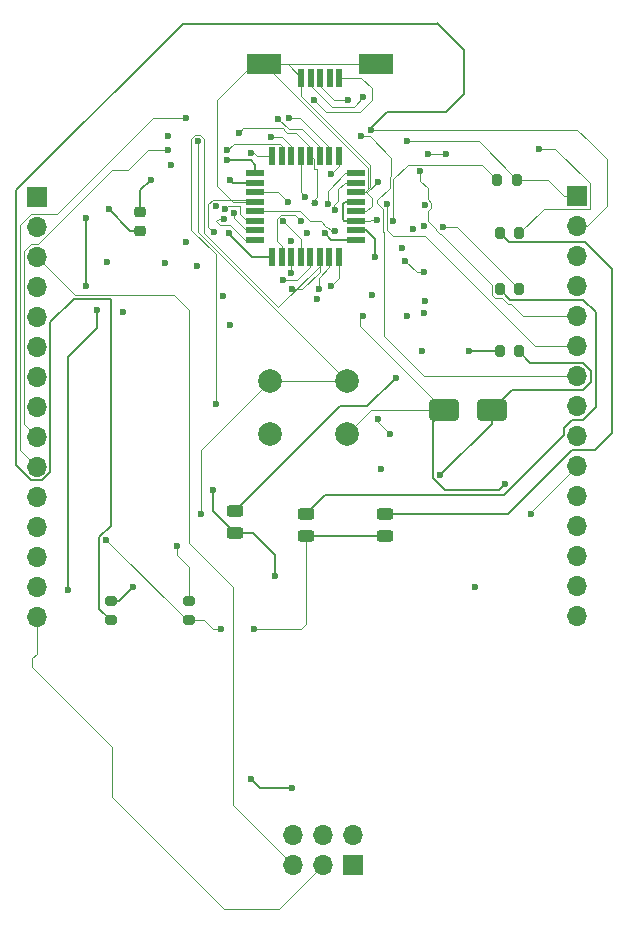
<source format=gbr>
%TF.GenerationSoftware,KiCad,Pcbnew,9.0.0*%
%TF.CreationDate,2025-04-07T20:23:24+05:30*%
%TF.ProjectId,arduino nano clone,61726475-696e-46f2-906e-616e6f20636c,rev?*%
%TF.SameCoordinates,Original*%
%TF.FileFunction,Copper,L10,Bot*%
%TF.FilePolarity,Positive*%
%FSLAX46Y46*%
G04 Gerber Fmt 4.6, Leading zero omitted, Abs format (unit mm)*
G04 Created by KiCad (PCBNEW 9.0.0) date 2025-04-07 20:23:24*
%MOMM*%
%LPD*%
G01*
G04 APERTURE LIST*
G04 Aperture macros list*
%AMRoundRect*
0 Rectangle with rounded corners*
0 $1 Rounding radius*
0 $2 $3 $4 $5 $6 $7 $8 $9 X,Y pos of 4 corners*
0 Add a 4 corners polygon primitive as box body*
4,1,4,$2,$3,$4,$5,$6,$7,$8,$9,$2,$3,0*
0 Add four circle primitives for the rounded corners*
1,1,$1+$1,$2,$3*
1,1,$1+$1,$4,$5*
1,1,$1+$1,$6,$7*
1,1,$1+$1,$8,$9*
0 Add four rect primitives between the rounded corners*
20,1,$1+$1,$2,$3,$4,$5,0*
20,1,$1+$1,$4,$5,$6,$7,0*
20,1,$1+$1,$6,$7,$8,$9,0*
20,1,$1+$1,$8,$9,$2,$3,0*%
G04 Aperture macros list end*
%TA.AperFunction,ComponentPad*%
%ADD10R,1.700000X1.700000*%
%TD*%
%TA.AperFunction,ComponentPad*%
%ADD11O,1.700000X1.700000*%
%TD*%
%TA.AperFunction,SMDPad,CuDef*%
%ADD12R,0.500000X1.500000*%
%TD*%
%TA.AperFunction,SMDPad,CuDef*%
%ADD13R,3.000000X1.800000*%
%TD*%
%TA.AperFunction,SMDPad,CuDef*%
%ADD14RoundRect,0.200000X0.275000X-0.200000X0.275000X0.200000X-0.275000X0.200000X-0.275000X-0.200000X0*%
%TD*%
%TA.AperFunction,SMDPad,CuDef*%
%ADD15RoundRect,0.200000X0.200000X0.275000X-0.200000X0.275000X-0.200000X-0.275000X0.200000X-0.275000X0*%
%TD*%
%TA.AperFunction,SMDPad,CuDef*%
%ADD16RoundRect,0.243750X0.456250X-0.243750X0.456250X0.243750X-0.456250X0.243750X-0.456250X-0.243750X0*%
%TD*%
%TA.AperFunction,SMDPad,CuDef*%
%ADD17RoundRect,0.225000X0.250000X-0.225000X0.250000X0.225000X-0.250000X0.225000X-0.250000X-0.225000X0*%
%TD*%
%TA.AperFunction,SMDPad,CuDef*%
%ADD18R,1.600000X0.550000*%
%TD*%
%TA.AperFunction,SMDPad,CuDef*%
%ADD19R,0.550000X1.600000*%
%TD*%
%TA.AperFunction,SMDPad,CuDef*%
%ADD20RoundRect,0.250000X1.000000X0.650000X-1.000000X0.650000X-1.000000X-0.650000X1.000000X-0.650000X0*%
%TD*%
%TA.AperFunction,ComponentPad*%
%ADD21C,2.000000*%
%TD*%
%TA.AperFunction,ViaPad*%
%ADD22C,0.600000*%
%TD*%
%TA.AperFunction,Conductor*%
%ADD23C,0.100000*%
%TD*%
%TA.AperFunction,Conductor*%
%ADD24C,0.200000*%
%TD*%
%TA.AperFunction,Conductor*%
%ADD25C,0.010000*%
%TD*%
G04 APERTURE END LIST*
D10*
%TO.P,J3,1,Pin_1*%
%TO.N,/D1{slash}TX*%
X176377380Y-73380000D03*
D11*
%TO.P,J3,2,Pin_2*%
%TO.N,/D0{slash}RX*%
X176377380Y-75920000D03*
%TO.P,J3,3,Pin_3*%
%TO.N,/RESET*%
X176377380Y-78460000D03*
%TO.P,J3,4,Pin_4*%
%TO.N,GND*%
X176377380Y-81000000D03*
%TO.P,J3,5,Pin_5*%
%TO.N,/D2*%
X176377380Y-83540000D03*
%TO.P,J3,6,Pin_6*%
%TO.N,/D3*%
X176377380Y-86080000D03*
%TO.P,J3,7,Pin_7*%
%TO.N,/D4*%
X176377380Y-88620000D03*
%TO.P,J3,8,Pin_8*%
%TO.N,/D5*%
X176377380Y-91160000D03*
%TO.P,J3,9,Pin_9*%
%TO.N,/D6*%
X176377380Y-93700000D03*
%TO.P,J3,10,Pin_10*%
%TO.N,/D7*%
X176377380Y-96240000D03*
%TO.P,J3,11,Pin_11*%
%TO.N,/D8*%
X176377380Y-98780000D03*
%TO.P,J3,12,Pin_12*%
%TO.N,/D9*%
X176377380Y-101320000D03*
%TO.P,J3,13,Pin_13*%
%TO.N,/D10*%
X176377380Y-103860000D03*
%TO.P,J3,14,Pin_14*%
%TO.N,/D11{slash}MOSI*%
X176377380Y-106400000D03*
%TO.P,J3,15,Pin_15*%
%TO.N,/D12{slash}MISO*%
X176377380Y-108940000D03*
%TD*%
D10*
%TO.P,J4,1,Pin_1*%
%TO.N,VCC*%
X130627380Y-73420000D03*
D11*
%TO.P,J4,2,Pin_2*%
%TO.N,GND*%
X130627380Y-75960000D03*
%TO.P,J4,3,Pin_3*%
%TO.N,/RESET*%
X130627380Y-78500000D03*
%TO.P,J4,4,Pin_4*%
%TO.N,+5V*%
X130627380Y-81040000D03*
%TO.P,J4,5,Pin_5*%
%TO.N,/A7*%
X130627380Y-83580000D03*
%TO.P,J4,6,Pin_6*%
%TO.N,/A6*%
X130627380Y-86120000D03*
%TO.P,J4,7,Pin_7*%
%TO.N,/A5*%
X130627380Y-88660000D03*
%TO.P,J4,8,Pin_8*%
%TO.N,/A4*%
X130627380Y-91200000D03*
%TO.P,J4,9,Pin_9*%
%TO.N,/A3*%
X130627380Y-93740000D03*
%TO.P,J4,10,Pin_10*%
%TO.N,/A2*%
X130627380Y-96280000D03*
%TO.P,J4,11,Pin_11*%
%TO.N,/A1*%
X130627380Y-98820000D03*
%TO.P,J4,12,Pin_12*%
%TO.N,/A0*%
X130627380Y-101360000D03*
%TO.P,J4,13,Pin_13*%
%TO.N,/AREF*%
X130627380Y-103900000D03*
%TO.P,J4,14,Pin_14*%
%TO.N,+3V3*%
X130627380Y-106440000D03*
%TO.P,J4,15,Pin_15*%
%TO.N,/D13{slash}SCK*%
X130627380Y-108980000D03*
%TD*%
D12*
%TO.P,J1,1,VBUS*%
%TO.N,VCC*%
X156227380Y-63350000D03*
%TO.P,J1,2,D-*%
%TO.N,unconnected-(J1-D--Pad2)*%
X155427380Y-63350000D03*
%TO.P,J1,3,D+*%
%TO.N,Net-(J1-D+)*%
X154627380Y-63350000D03*
%TO.P,J1,4,ID*%
%TO.N,Net-(J1-ID)*%
X153827380Y-63350000D03*
%TO.P,J1,5,GND*%
%TO.N,GND*%
X153027380Y-63350000D03*
D13*
%TO.P,J1,6,Shield*%
X149877380Y-62200000D03*
X159377380Y-62200000D03*
%TD*%
D14*
%TO.P,R2,1*%
%TO.N,/D0{slash}RX*%
X136877380Y-109305000D03*
%TO.P,R2,2*%
%TO.N,/RX*%
X136877380Y-107655000D03*
%TD*%
D15*
%TO.P,R5,1*%
%TO.N,Net-(U3-CBUS1)*%
X171452380Y-81250000D03*
%TO.P,R5,2*%
%TO.N,Net-(D3-A)*%
X169802380Y-81250000D03*
%TD*%
D16*
%TO.P,D3,1,K*%
%TO.N,+5V*%
X153377380Y-102187500D03*
%TO.P,D3,2,A*%
%TO.N,Net-(D3-A)*%
X153377380Y-100312500D03*
%TD*%
D10*
%TO.P,J2,1,Pin_1*%
%TO.N,/D12{slash}MISO*%
X157402380Y-130025000D03*
D11*
%TO.P,J2,2,Pin_2*%
%TO.N,+5V*%
X157402380Y-127485000D03*
%TO.P,J2,3,Pin_3*%
%TO.N,/D13{slash}SCK*%
X154862380Y-130025000D03*
%TO.P,J2,4,Pin_4*%
%TO.N,/D11{slash}MOSI*%
X154862380Y-127485000D03*
%TO.P,J2,5,Pin_5*%
%TO.N,/RESET*%
X152322380Y-130025000D03*
%TO.P,J2,6,Pin_6*%
%TO.N,GND*%
X152322380Y-127485000D03*
%TD*%
D14*
%TO.P,R1,1*%
%TO.N,+5V*%
X143532380Y-109305000D03*
%TO.P,R1,2*%
%TO.N,Net-(U1-~{RESET}{slash}PC6)*%
X143532380Y-107655000D03*
%TD*%
D15*
%TO.P,R3,1*%
%TO.N,/D1{slash}TX*%
X171277380Y-72000000D03*
%TO.P,R3,2*%
%TO.N,/TX*%
X169627380Y-72000000D03*
%TD*%
D17*
%TO.P,16MHz1,1,1*%
%TO.N,Net-(U1-XTAL2{slash}PB7)*%
X139377380Y-76300000D03*
%TO.P,16MHz1,2,2*%
%TO.N,Net-(U1-XTAL1{slash}PB6)*%
X139377380Y-74750000D03*
%TD*%
D18*
%TO.P,U1,1,PD3*%
%TO.N,/D3*%
X157627380Y-71450000D03*
%TO.P,U1,2,PD4*%
%TO.N,/D4*%
X157627380Y-72250000D03*
%TO.P,U1,3,GND*%
%TO.N,GND*%
X157627380Y-73050000D03*
%TO.P,U1,4,VCC*%
%TO.N,+5V*%
X157627380Y-73850000D03*
%TO.P,U1,5,GND*%
%TO.N,GND*%
X157627380Y-74650000D03*
%TO.P,U1,6,VCC*%
%TO.N,+5V*%
X157627380Y-75450000D03*
%TO.P,U1,7,XTAL1/PB6*%
%TO.N,Net-(U1-XTAL1{slash}PB6)*%
X157627380Y-76250000D03*
%TO.P,U1,8,XTAL2/PB7*%
%TO.N,Net-(U1-XTAL2{slash}PB7)*%
X157627380Y-77050000D03*
D19*
%TO.P,U1,9,PD5*%
%TO.N,/D5*%
X156177380Y-78500000D03*
%TO.P,U1,10,PD6*%
%TO.N,/D6*%
X155377380Y-78500000D03*
%TO.P,U1,11,PD7*%
%TO.N,/D7*%
X154577380Y-78500000D03*
%TO.P,U1,12,PB0*%
%TO.N,/D8*%
X153777380Y-78500000D03*
%TO.P,U1,13,PB1*%
%TO.N,/D9*%
X152977380Y-78500000D03*
%TO.P,U1,14,PB2*%
%TO.N,/D10*%
X152177380Y-78500000D03*
%TO.P,U1,15,PB3*%
%TO.N,/D11{slash}MOSI*%
X151377380Y-78500000D03*
%TO.P,U1,16,PB4*%
%TO.N,/D12{slash}MISO*%
X150577380Y-78500000D03*
D18*
%TO.P,U1,17,PB5*%
%TO.N,/D13{slash}SCK*%
X149127380Y-77050000D03*
%TO.P,U1,18,AVCC*%
%TO.N,+5V*%
X149127380Y-76250000D03*
%TO.P,U1,19,ADC6*%
%TO.N,/A6*%
X149127380Y-75450000D03*
%TO.P,U1,20,AREF*%
%TO.N,/AREF*%
X149127380Y-74650000D03*
%TO.P,U1,21,GND*%
%TO.N,GND*%
X149127380Y-73850000D03*
%TO.P,U1,22,ADC7*%
%TO.N,/A7*%
X149127380Y-73050000D03*
%TO.P,U1,23,PC0*%
%TO.N,/A0*%
X149127380Y-72250000D03*
%TO.P,U1,24,PC1*%
%TO.N,/A1*%
X149127380Y-71450000D03*
D19*
%TO.P,U1,25,PC2*%
%TO.N,/A2*%
X150577380Y-70000000D03*
%TO.P,U1,26,PC3*%
%TO.N,/A3*%
X151377380Y-70000000D03*
%TO.P,U1,27,PC4*%
%TO.N,/A4*%
X152177380Y-70000000D03*
%TO.P,U1,28,PC5*%
%TO.N,/A5*%
X152977380Y-70000000D03*
%TO.P,U1,29,~{RESET}/PC6*%
%TO.N,Net-(U1-~{RESET}{slash}PC6)*%
X153777380Y-70000000D03*
%TO.P,U1,30,PD0*%
%TO.N,/D0{slash}RX*%
X154577380Y-70000000D03*
%TO.P,U1,31,PD1*%
%TO.N,/D1{slash}TX*%
X155377380Y-70000000D03*
%TO.P,U1,32,PD2*%
%TO.N,/D2*%
X156177380Y-70000000D03*
%TD*%
D16*
%TO.P,D2,1,K*%
%TO.N,+5V*%
X160127380Y-102125000D03*
%TO.P,D2,2,A*%
%TO.N,Net-(D2-A)*%
X160127380Y-100250000D03*
%TD*%
D15*
%TO.P,R4,1*%
%TO.N,Net-(U3-CBUS0)*%
X171452380Y-76510000D03*
%TO.P,R4,2*%
%TO.N,Net-(D2-A)*%
X169802380Y-76510000D03*
%TD*%
%TO.P,R6,1*%
%TO.N,+5V*%
X171452380Y-86500000D03*
%TO.P,R6,2*%
%TO.N,Net-(D4-A)*%
X169802380Y-86500000D03*
%TD*%
D20*
%TO.P,D1,1,K*%
%TO.N,+5V*%
X169127380Y-91500000D03*
%TO.P,D1,2,A*%
%TO.N,GND*%
X165127380Y-91500000D03*
%TD*%
D21*
%TO.P,SW1,1,1*%
%TO.N,Net-(U1-~{RESET}{slash}PC6)*%
X156877380Y-89000000D03*
X150377380Y-89000000D03*
%TO.P,SW1,2,2*%
%TO.N,GND*%
X156877380Y-93500000D03*
X150377380Y-93500000D03*
%TD*%
D16*
%TO.P,D4,1,K*%
%TO.N,GND*%
X147377380Y-101937500D03*
%TO.P,D4,2,A*%
%TO.N,Net-(D4-A)*%
X147377380Y-100062500D03*
%TD*%
D22*
%TO.N,*%
X162450000Y-76200000D03*
X136560000Y-78940000D03*
X163450000Y-74150000D03*
X141450000Y-79000000D03*
%TO.N,GND*%
X150754760Y-105500000D03*
X145504760Y-98250000D03*
X159480000Y-72190000D03*
X158254760Y-83500000D03*
X163379178Y-75876996D03*
X170254760Y-97750000D03*
X145600000Y-76440000D03*
%TO.N,/AREF*%
X155852378Y-76370000D03*
X163504760Y-82250000D03*
%TO.N,Net-(U1-XTAL2{slash}PB7)*%
X155004760Y-76500000D03*
X136754760Y-74500000D03*
%TO.N,Net-(U1-XTAL1{slash}PB6)*%
X140254760Y-72000000D03*
X161504760Y-77750000D03*
X159254760Y-78500000D03*
%TO.N,+5V*%
X137960000Y-83200000D03*
X136504760Y-102500000D03*
X147310000Y-74840000D03*
X165270000Y-69810000D03*
X159399791Y-75366031D03*
X153494760Y-76480000D03*
X149004760Y-110000000D03*
X164754760Y-97000000D03*
X146254760Y-110000000D03*
X163780000Y-69810000D03*
%TO.N,Net-(U3-DTR)*%
X141754760Y-68250000D03*
X145754760Y-74250000D03*
%TO.N,Net-(D4-A)*%
X167254760Y-86500000D03*
X163254760Y-86500000D03*
X161004760Y-88750000D03*
%TO.N,VCC*%
X148754760Y-122750000D03*
X134754760Y-75250000D03*
X133254760Y-106750000D03*
X134754760Y-81000000D03*
X154127380Y-65250000D03*
X152254760Y-123500000D03*
X135754760Y-83000000D03*
%TO.N,Net-(J1-D+)*%
X162004760Y-83500000D03*
X157004760Y-65250000D03*
%TO.N,Net-(J1-ID)*%
X163424760Y-79790000D03*
X154354760Y-82050000D03*
X159014760Y-81750000D03*
X161834760Y-78840000D03*
X158254760Y-65000000D03*
X163374760Y-83280000D03*
%TO.N,/D12{slash}MISO*%
X146882281Y-76482719D03*
%TO.N,/D13{slash}SCK*%
X146442939Y-75325001D03*
%TO.N,/D11{slash}MOSI*%
X159504760Y-92250000D03*
X167754760Y-106500000D03*
X160504760Y-93500000D03*
X159754760Y-96500000D03*
X147004760Y-84250000D03*
X153004760Y-75500000D03*
%TO.N,/D8*%
X151504760Y-80500000D03*
%TO.N,/D4*%
X155852378Y-74560000D03*
X158055760Y-68301000D03*
%TO.N,/D3*%
X160254760Y-74000000D03*
X155254760Y-74000000D03*
%TO.N,/D0{slash}RX*%
X151084760Y-66820000D03*
X158877380Y-67750000D03*
%TO.N,/D7*%
X145754760Y-91000000D03*
X172504760Y-100250000D03*
X152254760Y-81250000D03*
%TO.N,/D6*%
X154504760Y-81250000D03*
%TO.N,/D2*%
X155504760Y-71500000D03*
X163090000Y-71249000D03*
%TO.N,/D9*%
X151504760Y-75500000D03*
%TO.N,/D1{slash}TX*%
X152004760Y-66750000D03*
X162004760Y-68750000D03*
%TO.N,/D10*%
X152174760Y-79920000D03*
X146414760Y-81840000D03*
X144204760Y-79260000D03*
%TO.N,/D5*%
X155504760Y-81000000D03*
%TO.N,/A0*%
X147004760Y-72000000D03*
%TO.N,/A1*%
X146754760Y-70300003D03*
%TO.N,/A6*%
X146554762Y-74499000D03*
%TO.N,/A3*%
X141754760Y-69500000D03*
X146754760Y-69500000D03*
%TO.N,/A2*%
X148754760Y-69750000D03*
X143254760Y-66750000D03*
%TO.N,/A4*%
X150424760Y-68330000D03*
%TO.N,/A7*%
X152134760Y-77200000D03*
X151894760Y-73860000D03*
%TO.N,/A5*%
X153354760Y-73410000D03*
%TO.N,Net-(U1-~{RESET}{slash}PC6)*%
X144504760Y-100250000D03*
X154153760Y-73960000D03*
X147754760Y-68000000D03*
X144254760Y-68750000D03*
X142504760Y-103000000D03*
%TO.N,/RX*%
X142004760Y-70750000D03*
X138754760Y-106500000D03*
%TO.N,/TX*%
X143254760Y-77250000D03*
X160805760Y-75449000D03*
%TO.N,Net-(U3-CBUS0)*%
X173184760Y-69360000D03*
%TO.N,Net-(U3-CBUS1)*%
X165004760Y-76000000D03*
%TD*%
D23*
%TO.N,GND*%
X147227380Y-73850000D02*
X149127380Y-73850000D01*
X158877380Y-91500000D02*
X156877380Y-93500000D01*
X145877380Y-72500000D02*
X147227380Y-73850000D01*
X158404380Y-73050000D02*
X158830000Y-72624380D01*
X158974760Y-74202620D02*
X158527380Y-74650000D01*
X149877380Y-62200000D02*
X148927380Y-62200000D01*
X158527380Y-74650000D02*
X157627380Y-74650000D01*
X148927380Y-62200000D02*
X145877380Y-65250000D01*
D24*
X169754760Y-98250000D02*
X170254760Y-97750000D01*
X164153760Y-92473620D02*
X164153760Y-97248943D01*
X165127380Y-91500000D02*
X164153760Y-92473620D01*
D23*
X151877380Y-62200000D02*
X153027380Y-63350000D01*
D24*
X150754760Y-105500000D02*
X150754760Y-103750000D01*
D23*
X145877380Y-65250000D02*
X145877380Y-72500000D01*
X165127380Y-91500000D02*
X158004760Y-84377380D01*
D24*
X145504760Y-100064880D02*
X145504760Y-98250000D01*
D23*
X148976380Y-73699000D02*
X145526528Y-73699000D01*
X145150000Y-76020000D02*
X145540000Y-76410000D01*
D24*
X147377380Y-101937500D02*
X145504760Y-100064880D01*
X164153760Y-97248943D02*
X165154817Y-98250000D01*
D23*
X153027380Y-64929232D02*
X153027380Y-63350000D01*
X157627380Y-73050000D02*
X158527380Y-73050000D01*
X149877380Y-62200000D02*
X158678380Y-71001000D01*
D24*
X150754760Y-103750000D02*
X148942260Y-101937500D01*
D23*
X158678380Y-71001000D02*
X158678380Y-72776000D01*
X145526528Y-73699000D02*
X145150000Y-74075528D01*
X165127380Y-91500000D02*
X158877380Y-91500000D01*
X158678380Y-72776000D02*
X158404380Y-73050000D01*
D24*
X148942260Y-101937500D02*
X147377380Y-101937500D01*
D23*
X158527380Y-73050000D02*
X158974760Y-73497380D01*
X158830000Y-70731852D02*
X153027380Y-64929232D01*
X158004760Y-83750000D02*
X158254760Y-83500000D01*
D24*
X165154817Y-98250000D02*
X169504760Y-98250000D01*
D23*
X158974760Y-73497380D02*
X158974760Y-74202620D01*
X158004760Y-84377380D02*
X158004760Y-83750000D01*
X158830000Y-72624380D02*
X158830000Y-70731852D01*
D25*
X159480000Y-72190000D02*
X158620000Y-73050000D01*
X158620000Y-73050000D02*
X157627380Y-73050000D01*
D23*
X157627380Y-73050000D02*
X158404380Y-73050000D01*
X145150000Y-74075528D02*
X145150000Y-76020000D01*
X149127380Y-73850000D02*
X148976380Y-73699000D01*
X159377380Y-62200000D02*
X149877380Y-62200000D01*
D24*
X169504760Y-98250000D02*
X169754760Y-98250000D01*
D23*
X149877380Y-62200000D02*
X151877380Y-62200000D01*
%TO.N,/AREF*%
X155232992Y-75949000D02*
X155103760Y-75949000D01*
X154654760Y-75500000D02*
X153783992Y-75500000D01*
X155852378Y-76370000D02*
X155555760Y-76370000D01*
X149129380Y-74648000D02*
X149127380Y-74650000D01*
X155555760Y-76271768D02*
X155232992Y-75949000D01*
X155103760Y-75949000D02*
X154654760Y-75500000D01*
X153783992Y-75500000D02*
X152931992Y-74648000D01*
X155555760Y-76370000D02*
X155555760Y-76271768D01*
X152931992Y-74648000D02*
X149129380Y-74648000D01*
D24*
%TO.N,Net-(U1-XTAL2{slash}PB7)*%
X136754760Y-74500000D02*
X138554760Y-76300000D01*
X138554760Y-76300000D02*
X139377380Y-76300000D01*
X155554760Y-77050000D02*
X155004760Y-76500000D01*
X157627380Y-77050000D02*
X155554760Y-77050000D01*
%TO.N,Net-(U1-XTAL1{slash}PB6)*%
X158504380Y-76250000D02*
X157627380Y-76250000D01*
X159254760Y-77000380D02*
X158504380Y-76250000D01*
X139377380Y-74750000D02*
X139377380Y-72877380D01*
X139377380Y-72877380D02*
X140254760Y-72000000D01*
X159254760Y-78500000D02*
X159254760Y-77000380D01*
D25*
%TO.N,+5V*%
X158954760Y-75370000D02*
X158874760Y-75450000D01*
X148317380Y-76250000D02*
X149127380Y-76250000D01*
D24*
X176854140Y-87469000D02*
X177528380Y-88143240D01*
D23*
X146254760Y-110000000D02*
X145504760Y-110000000D01*
X144809760Y-109305000D02*
X143532380Y-109305000D01*
D25*
X147310000Y-74840000D02*
X147310000Y-75242620D01*
D24*
X153439880Y-102125000D02*
X153377380Y-102187500D01*
X177528380Y-88143240D02*
X177528380Y-89096760D01*
X157627380Y-73850000D02*
X156750380Y-73850000D01*
X177528380Y-89096760D02*
X176854140Y-89771000D01*
X171452380Y-86500000D02*
X172421380Y-87469000D01*
D25*
X158874760Y-75450000D02*
X157627380Y-75450000D01*
D23*
X143309760Y-109305000D02*
X136504760Y-102500000D01*
D25*
X147310000Y-75242620D02*
X148317380Y-76250000D01*
D23*
X153377380Y-102187500D02*
X153377380Y-109627380D01*
X153004760Y-110000000D02*
X149004760Y-110000000D01*
D24*
X169127380Y-92627380D02*
X164754760Y-97000000D01*
D23*
X153377380Y-109627380D02*
X153004760Y-110000000D01*
D24*
X172421380Y-87469000D02*
X176854140Y-87469000D01*
D25*
X159399791Y-75366031D02*
X159395822Y-75370000D01*
D24*
X156750380Y-73850000D02*
X156526380Y-74074000D01*
X156526380Y-74074000D02*
X156526380Y-75349000D01*
X156627380Y-75450000D02*
X157627380Y-75450000D01*
X160127380Y-102125000D02*
X153439880Y-102125000D01*
D25*
X159395822Y-75370000D02*
X158954760Y-75370000D01*
D23*
X145504760Y-110000000D02*
X144809760Y-109305000D01*
D24*
X170856380Y-89771000D02*
X169127380Y-91500000D01*
X176854140Y-89771000D02*
X170856380Y-89771000D01*
D25*
X163780000Y-69810000D02*
X165270000Y-69810000D01*
D23*
X143532380Y-109305000D02*
X143309760Y-109305000D01*
D24*
X156526380Y-75349000D02*
X156627380Y-75450000D01*
X169127380Y-91500000D02*
X169127380Y-92627380D01*
D23*
%TO.N,/RESET*%
X142254760Y-81750000D02*
X133877380Y-81750000D01*
X143504760Y-83000000D02*
X142254760Y-81750000D01*
X152322380Y-130025000D02*
X147254760Y-124957380D01*
X133877380Y-81750000D02*
X130627380Y-78500000D01*
X143504760Y-102750000D02*
X143504760Y-83000000D01*
X147254760Y-106500000D02*
X143504760Y-102750000D01*
X147254760Y-124957380D02*
X147254760Y-106500000D01*
D24*
%TO.N,Net-(D2-A)*%
X160127380Y-100250000D02*
X170501620Y-100250000D01*
X179291176Y-79508036D02*
X177069140Y-77286000D01*
X179291176Y-93463584D02*
X179291176Y-79508036D01*
X177903760Y-94851000D02*
X179291176Y-93463584D01*
X175900620Y-94851000D02*
X177903760Y-94851000D01*
X177069140Y-77286000D02*
X170578380Y-77286000D01*
X170578380Y-77286000D02*
X169802380Y-76510000D01*
X170501620Y-100250000D02*
X175900620Y-94851000D01*
%TO.N,Net-(D3-A)*%
X170203703Y-98651000D02*
X175226380Y-93628323D01*
X176854140Y-92311000D02*
X177929380Y-91235760D01*
X153377380Y-100312500D02*
X155038880Y-98651000D01*
X175226380Y-92985240D02*
X175900620Y-92311000D01*
X177929380Y-83226240D02*
X176854140Y-82151000D01*
X155038880Y-98651000D02*
X170203703Y-98651000D01*
X175900620Y-92311000D02*
X176854140Y-92311000D01*
X176854140Y-82151000D02*
X170703380Y-82151000D01*
X170703380Y-82151000D02*
X169802380Y-81250000D01*
X175226380Y-93628323D02*
X175226380Y-92985240D01*
X177929380Y-91235760D02*
X177929380Y-83226240D01*
%TO.N,Net-(D4-A)*%
X147377380Y-100062500D02*
X156290880Y-91149000D01*
X158605760Y-91149000D02*
X161004760Y-88750000D01*
X156290880Y-91149000D02*
X158605760Y-91149000D01*
X167254760Y-86500000D02*
X169802380Y-86500000D01*
D23*
%TO.N,VCC*%
X154127380Y-65250000D02*
X155127380Y-66250000D01*
X159004760Y-64250000D02*
X158104760Y-63350000D01*
D24*
X134754760Y-81000000D02*
X134754760Y-75250000D01*
D23*
X155127380Y-66250000D02*
X158004760Y-66250000D01*
D24*
X133254760Y-106750000D02*
X133254760Y-87000000D01*
X152254760Y-123500000D02*
X149504760Y-123500000D01*
X133254760Y-87000000D02*
X135754760Y-84500000D01*
X149504760Y-123500000D02*
X148754760Y-122750000D01*
X135754760Y-84500000D02*
X135754760Y-83000000D01*
D23*
X158104760Y-63350000D02*
X156227380Y-63350000D01*
X159004760Y-65250000D02*
X159004760Y-64250000D01*
X158004760Y-66250000D02*
X159004760Y-65250000D01*
%TO.N,Net-(J1-D+)*%
X154627380Y-64052000D02*
X154627380Y-63350000D01*
X157004760Y-65250000D02*
X155825380Y-65250000D01*
X155825380Y-65250000D02*
X154627380Y-64052000D01*
%TO.N,Net-(J1-ID)*%
X157453760Y-65801000D02*
X158254760Y-65000000D01*
D25*
X162784760Y-79790000D02*
X161834760Y-78840000D01*
D23*
X155576380Y-65801000D02*
X157453760Y-65801000D01*
D25*
X163424760Y-79790000D02*
X162784760Y-79790000D01*
D23*
X153827380Y-64052000D02*
X155576380Y-65801000D01*
X153827380Y-63350000D02*
X153827380Y-64052000D01*
D24*
%TO.N,/D12{slash}MISO*%
X146882281Y-76482719D02*
X147104703Y-76705141D01*
X147104703Y-76750000D02*
X148854703Y-78500000D01*
X148854703Y-78500000D02*
X150577380Y-78500000D01*
X147104703Y-76705141D02*
X147104703Y-76750000D01*
D23*
%TO.N,/D13{slash}SCK*%
X151137380Y-133750000D02*
X146504760Y-133750000D01*
X146147380Y-75827380D02*
X147004760Y-75827380D01*
X146504760Y-133750000D02*
X137004760Y-124250000D01*
X130254760Y-113250000D02*
X130254760Y-112500000D01*
X137004760Y-120000000D02*
X130254760Y-113250000D01*
X145830000Y-75510000D02*
X146147380Y-75827380D01*
X146442939Y-75325001D02*
X146014999Y-75325001D01*
X130627380Y-112127380D02*
X130627380Y-108980000D01*
X154862380Y-130025000D02*
X151137380Y-133750000D01*
X146014999Y-75325001D02*
X145830000Y-75510000D01*
X147004760Y-75827380D02*
X148227380Y-77050000D01*
X137004760Y-124250000D02*
X137004760Y-120000000D01*
X130254760Y-112500000D02*
X130627380Y-112127380D01*
X148227380Y-77050000D02*
X149127380Y-77050000D01*
%TO.N,/D11{slash}MOSI*%
X150953760Y-77176380D02*
X151377380Y-77600000D01*
X151377380Y-77600000D02*
X151377380Y-78500000D01*
X151276528Y-74949000D02*
X150953760Y-75271768D01*
X150953760Y-75271768D02*
X150953760Y-77176380D01*
X152453760Y-74949000D02*
X151276528Y-74949000D01*
X159504760Y-92500000D02*
X159504760Y-92250000D01*
X153004760Y-75500000D02*
X152453760Y-74949000D01*
X160504760Y-93500000D02*
X159504760Y-92500000D01*
%TO.N,/D8*%
X152677380Y-80500000D02*
X153777380Y-79400000D01*
X153777380Y-79400000D02*
X153777380Y-78500000D01*
X151504760Y-80500000D02*
X152677380Y-80500000D01*
%TO.N,/D4*%
X160504760Y-71795090D02*
X160640000Y-71659850D01*
X159953760Y-74478232D02*
X159703760Y-74228232D01*
X160004760Y-76425678D02*
X159953760Y-76374678D01*
X155805760Y-74228232D02*
X155805760Y-74159000D01*
X159703760Y-74228232D02*
X159703760Y-74199000D01*
X160004760Y-85250000D02*
X160004760Y-76425678D01*
X160640000Y-71659850D02*
X160640000Y-70135240D01*
X176377380Y-88620000D02*
X163374760Y-88620000D01*
X159464760Y-73685240D02*
X160504760Y-72645240D01*
X158805760Y-68301000D02*
X158055760Y-68301000D01*
X156164760Y-72812620D02*
X156727380Y-72250000D01*
X155805760Y-74159000D02*
X156164760Y-73800000D01*
X163374760Y-88620000D02*
X160004760Y-85250000D01*
X159703760Y-74199000D02*
X159464760Y-73960000D01*
X159953760Y-76374678D02*
X159953760Y-74478232D01*
X156164760Y-73800000D02*
X156164760Y-72812620D01*
X159464760Y-73960000D02*
X159464760Y-73685240D01*
X155852378Y-74560000D02*
X155852378Y-74274850D01*
X155852378Y-74274850D02*
X155805760Y-74228232D01*
X160640000Y-70135240D02*
X158805760Y-68301000D01*
X156727380Y-72250000D02*
X157627380Y-72250000D01*
X160504760Y-72645240D02*
X160504760Y-71795090D01*
%TO.N,/D3*%
X160254760Y-76250000D02*
X160254760Y-74000000D01*
X155254760Y-72922620D02*
X156727380Y-71450000D01*
X156727380Y-71450000D02*
X157627380Y-71450000D01*
X160754760Y-76750000D02*
X160254760Y-76250000D01*
X163504760Y-76750000D02*
X160754760Y-76750000D01*
X155254760Y-74000000D02*
X155254760Y-72922620D01*
X176377380Y-86080000D02*
X172834760Y-86080000D01*
X172834760Y-86080000D02*
X163504760Y-76750000D01*
D24*
%TO.N,/D0{slash}RX*%
X128874380Y-96154760D02*
X128874380Y-72871000D01*
X160254760Y-66250000D02*
X158877380Y-67627380D01*
X136877380Y-82101000D02*
X133731992Y-82101000D01*
X131778380Y-84054612D02*
X131778380Y-96756760D01*
X136877380Y-101277437D02*
X136877380Y-82101000D01*
X166754760Y-61000000D02*
X166754760Y-64750000D01*
D23*
X176377380Y-67750000D02*
X158877380Y-67750000D01*
D24*
X166754760Y-64750000D02*
X165254760Y-66250000D01*
X165254760Y-66250000D02*
X160254760Y-66250000D01*
X128874380Y-72871000D02*
X142970644Y-58774736D01*
X158877380Y-67627380D02*
X158877380Y-67750000D01*
X136877380Y-109305000D02*
X135903760Y-108331380D01*
D23*
X151084760Y-66820000D02*
X151963760Y-67699000D01*
X178877380Y-70250000D02*
X177377380Y-68750000D01*
X178877380Y-71500000D02*
X178877380Y-70250000D01*
D24*
X135903760Y-102251057D02*
X136877380Y-101277437D01*
D23*
X153053380Y-67699000D02*
X154577380Y-69223000D01*
X176377380Y-75920000D02*
X177207380Y-75920000D01*
X177377380Y-68750000D02*
X176377380Y-67750000D01*
D24*
X131778380Y-96756760D02*
X131104140Y-97431000D01*
D23*
X151963760Y-67699000D02*
X153053380Y-67699000D01*
D24*
X142970644Y-58774736D02*
X164480024Y-58774736D01*
X164504760Y-58750000D02*
X166754760Y-61000000D01*
D23*
X177207380Y-75920000D02*
X178877380Y-74250000D01*
D24*
X135903760Y-108331380D02*
X135903760Y-102251057D01*
D23*
X178877380Y-74250000D02*
X178877380Y-71500000D01*
D24*
X133731992Y-82101000D02*
X131778380Y-84054612D01*
X164480024Y-58774736D02*
X164504760Y-58750000D01*
X131104140Y-97431000D02*
X130150620Y-97431000D01*
D23*
X154577380Y-69223000D02*
X154577380Y-70000000D01*
D24*
X130150620Y-97431000D02*
X128874380Y-96154760D01*
D23*
%TO.N,/D7*%
X154577380Y-78322620D02*
X154504760Y-78250000D01*
X152254760Y-81250000D02*
X153101702Y-81250000D01*
X154577380Y-78500000D02*
X154577380Y-79277000D01*
X144805760Y-76502702D02*
X144805760Y-68521768D01*
X143703760Y-76252058D02*
X145754760Y-78303058D01*
X154577380Y-79277000D02*
X151078719Y-82775661D01*
X144482992Y-68199000D02*
X144026528Y-68199000D01*
X172504760Y-100112620D02*
X176377380Y-96240000D01*
X151078719Y-82775661D02*
X144805760Y-76502702D01*
X145754760Y-78303058D02*
X145754760Y-91000000D01*
X144805760Y-68521768D02*
X144482992Y-68199000D01*
X154577380Y-78500000D02*
X154577380Y-78322620D01*
X172504760Y-100250000D02*
X172504760Y-100112620D01*
X154577380Y-79774322D02*
X154577380Y-78500000D01*
X143703760Y-68521768D02*
X143703760Y-76252058D01*
X144026528Y-68199000D02*
X143703760Y-68521768D01*
X154577380Y-78500000D02*
X154577380Y-78750000D01*
X153101702Y-81250000D02*
X154577380Y-79774322D01*
%TO.N,/D6*%
X154504760Y-81250000D02*
X154504760Y-80272620D01*
X154504760Y-80272620D02*
X155377380Y-79400000D01*
X155377380Y-79400000D02*
X155377380Y-78500000D01*
%TO.N,/D2*%
X164831000Y-76551000D02*
X169151380Y-80871380D01*
X164001000Y-73921768D02*
X164001000Y-74378232D01*
X169151380Y-80871380D02*
X169151380Y-81717352D01*
X163720000Y-75440000D02*
X164453760Y-76173760D01*
X163720000Y-74659232D02*
X163720000Y-75440000D01*
X156177380Y-70827380D02*
X156177380Y-70000000D01*
X170031992Y-81976000D02*
X170557992Y-82502000D01*
X169410028Y-81976000D02*
X170031992Y-81976000D01*
X155504760Y-71500000D02*
X156177380Y-70827380D01*
X170782000Y-82502000D02*
X171820000Y-83540000D01*
X163720000Y-72715240D02*
X163720000Y-73640768D01*
X164776528Y-76551000D02*
X164831000Y-76551000D01*
X171820000Y-83540000D02*
X176377380Y-83540000D01*
X164001000Y-74378232D02*
X163720000Y-74659232D01*
X163720000Y-73640768D02*
X164001000Y-73921768D01*
X163090000Y-72085240D02*
X163720000Y-72715240D01*
X170557992Y-82502000D02*
X170782000Y-82502000D01*
X163090000Y-71249000D02*
X163090000Y-72085240D01*
X164453760Y-76173760D02*
X164453760Y-76228232D01*
X164453760Y-76228232D02*
X164776528Y-76551000D01*
X169151380Y-81717352D02*
X169410028Y-81976000D01*
%TO.N,/D9*%
X151504760Y-75500000D02*
X152977380Y-76972620D01*
X152977380Y-76972620D02*
X152977380Y-78500000D01*
%TO.N,/D1{slash}TX*%
X171277380Y-72000000D02*
X168027380Y-68750000D01*
X152904380Y-66750000D02*
X155377380Y-69223000D01*
X155377380Y-69223000D02*
X155377380Y-70000000D01*
X175257380Y-73380000D02*
X173877380Y-72000000D01*
X173877380Y-72000000D02*
X171277380Y-72000000D01*
X176377380Y-73380000D02*
X175257380Y-73380000D01*
X152004760Y-66750000D02*
X152904380Y-66750000D01*
X168027380Y-68750000D02*
X162004760Y-68750000D01*
D25*
%TO.N,/D10*%
X152177380Y-78500000D02*
X152177380Y-79917380D01*
X152177380Y-79917380D02*
X152174760Y-79920000D01*
D23*
%TO.N,/D5*%
X155504760Y-81000000D02*
X156177380Y-80327380D01*
X156177380Y-80327380D02*
X156177380Y-78500000D01*
D24*
%TO.N,/A0*%
X147004760Y-72000000D02*
X147254760Y-72250000D01*
X147254760Y-72250000D02*
X149127380Y-72250000D01*
%TO.N,/A1*%
X146805757Y-70351000D02*
X148754760Y-70351000D01*
X148754760Y-70351000D02*
X149127380Y-70723620D01*
X149127380Y-70723620D02*
X149127380Y-71450000D01*
X146754760Y-70300003D02*
X146805757Y-70351000D01*
D25*
%TO.N,/A6*%
X147840000Y-74220000D02*
X147840000Y-74849620D01*
X146554762Y-74499000D02*
X146554762Y-74618595D01*
X146554762Y-74499000D02*
X146833762Y-74220000D01*
X146554762Y-74499000D02*
X146554762Y-74345238D01*
X147840000Y-74849620D02*
X148440380Y-75450000D01*
X146833762Y-74220000D02*
X147840000Y-74220000D01*
X148440380Y-75450000D02*
X149127380Y-75450000D01*
D23*
%TO.N,/A3*%
X129526380Y-92639000D02*
X129526380Y-78043950D01*
X146754760Y-69500000D02*
X147305760Y-68949000D01*
X130171330Y-77399000D02*
X130745430Y-77399000D01*
X140004760Y-69500000D02*
X141754760Y-69500000D01*
X147305760Y-68949000D02*
X151226380Y-68949000D01*
X139754760Y-69750000D02*
X140004760Y-69500000D01*
X151377380Y-69100000D02*
X151377380Y-70000000D01*
X130627380Y-93740000D02*
X129526380Y-92639000D01*
X137004760Y-71139670D02*
X138365090Y-71139670D01*
X130745430Y-77399000D02*
X137004760Y-71139670D01*
X151226380Y-68949000D02*
X151377380Y-69100000D01*
X129526380Y-78043950D02*
X130171330Y-77399000D01*
X138365090Y-71139670D02*
X139754760Y-69750000D01*
%TO.N,/A2*%
X148754760Y-69750000D02*
X149004760Y-69750000D01*
X129225380Y-94878000D02*
X129225380Y-75804950D01*
X140482330Y-66750000D02*
X143254760Y-66750000D01*
X132373330Y-74859000D02*
X140482330Y-66750000D01*
X149004760Y-69750000D02*
X149254760Y-70000000D01*
X149254760Y-70000000D02*
X150577380Y-70000000D01*
X130627380Y-96280000D02*
X129225380Y-94878000D01*
X129225380Y-75804950D02*
X130171330Y-74859000D01*
X130171330Y-74859000D02*
X132373330Y-74859000D01*
%TO.N,/A4*%
X151407380Y-68330000D02*
X152177380Y-69100000D01*
X152177380Y-69100000D02*
X152177380Y-70000000D01*
X150424760Y-68330000D02*
X151407380Y-68330000D01*
%TO.N,/A7*%
X151894760Y-73860000D02*
X151084760Y-73050000D01*
X151084760Y-73050000D02*
X149127380Y-73050000D01*
%TO.N,/A5*%
X153354760Y-73410000D02*
X152977380Y-73032620D01*
X152977380Y-73032620D02*
X152977380Y-70000000D01*
%TO.N,Net-(U1-~{RESET}{slash}PC6)*%
X154314760Y-71051000D02*
X154051380Y-71051000D01*
X142504760Y-103750000D02*
X143532380Y-104777620D01*
X142504760Y-103000000D02*
X142504760Y-103750000D01*
X144504760Y-94872620D02*
X144504760Y-100250000D01*
X154314760Y-73485240D02*
X154314760Y-71051000D01*
X151839082Y-68000000D02*
X151662760Y-67823678D01*
X150377380Y-89000000D02*
X156877380Y-89000000D01*
X143532380Y-104777620D02*
X143532380Y-107655000D01*
X152554380Y-68000000D02*
X152088438Y-68000000D01*
X152088438Y-68000000D02*
X151839082Y-68000000D01*
X151479082Y-67640000D02*
X148114760Y-67640000D01*
X148114760Y-67640000D02*
X147754760Y-68000000D01*
X153840000Y-73960000D02*
X154314760Y-73485240D01*
X153777380Y-69223000D02*
X152554380Y-68000000D01*
X153777380Y-70000000D02*
X153777380Y-69223000D01*
X144254760Y-76377380D02*
X156877380Y-89000000D01*
X154051380Y-70274000D02*
X153777380Y-70000000D01*
X144254760Y-68750000D02*
X144254760Y-76377380D01*
X151662760Y-67823678D02*
X151479082Y-67640000D01*
X150377380Y-89000000D02*
X144504760Y-94872620D01*
X154153760Y-73960000D02*
X153840000Y-73960000D01*
X154051380Y-71051000D02*
X154051380Y-70274000D01*
D24*
%TO.N,/RX*%
X137599760Y-107655000D02*
X138754760Y-106500000D01*
X136877380Y-107655000D02*
X137599760Y-107655000D01*
D23*
%TO.N,/TX*%
X160805760Y-71919768D02*
X160805760Y-75449000D01*
X168326380Y-70699000D02*
X162026528Y-70699000D01*
X162026528Y-70699000D02*
X160805760Y-71919768D01*
X169627380Y-72000000D02*
X168326380Y-70699000D01*
D25*
%TO.N,Net-(U3-CBUS0)*%
X173526380Y-74436000D02*
X177433380Y-74436000D01*
X177433380Y-74436000D02*
X177433380Y-72278620D01*
X174514760Y-69360000D02*
X173184760Y-69360000D01*
X177433380Y-72278620D02*
X174514760Y-69360000D01*
X171452380Y-76510000D02*
X173526380Y-74436000D01*
D23*
%TO.N,Net-(U3-CBUS1)*%
X166202380Y-76000000D02*
X165004760Y-76000000D01*
X171452380Y-81250000D02*
X166202380Y-76000000D01*
%TD*%
M02*

</source>
